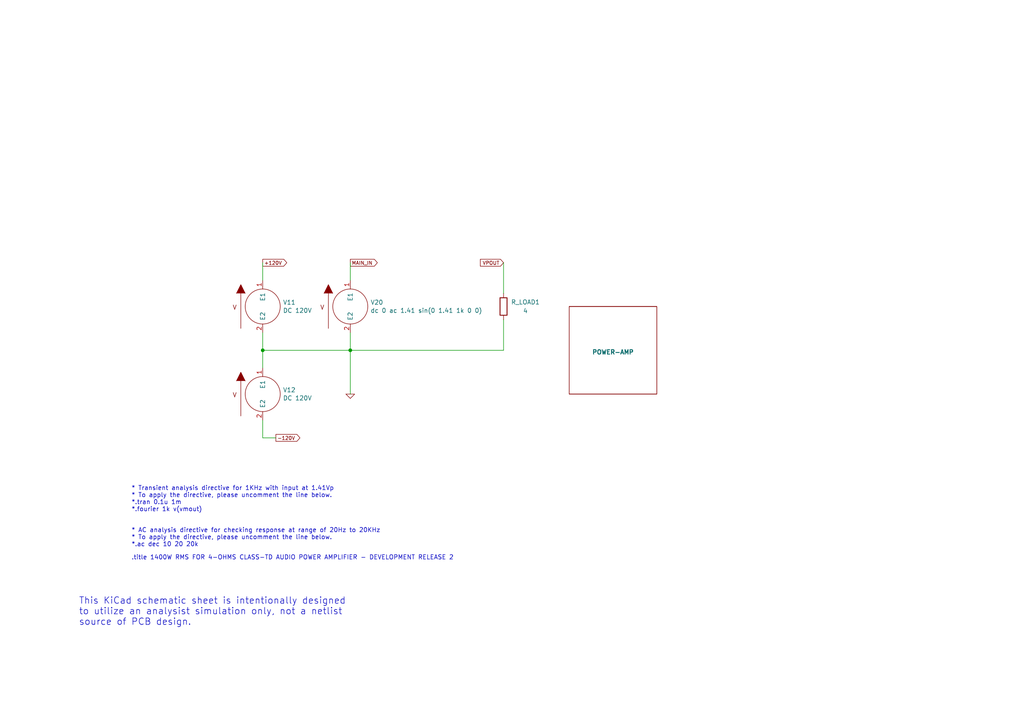
<source format=kicad_sch>
(kicad_sch (version 20211123) (generator eeschema)
  (paper "A4")
  (lib_symbols
    (symbol "Device:R" (pin_numbers hide) (pin_names (offset 0))
      (property "Reference" "R" (at 2.032 0 90))
      (property "Value" "R" (at 0 0 90))
      (symbol "R_0_1"
        (rectangle (start -1.016 -2.54) (end 1.016 2.54) (stroke (width 0.254)))
      )
      (symbol "R_1_1"
        (pin passive line (at 0 3.81 270) (length 1.27) (name "~") (number "1"))
        (pin passive line (at 0 -3.81 90) (length 1.27) (name "~") (number "2"))
      )
    )
    (symbol "pspice:0" (power) (pin_names (offset 0))
      (property "Value" "0" (at 0 -1.778 0))
      (symbol "0_0_1"
        (polyline (pts (xy -1.27 0) (xy 0 -1.27) (xy 1.27 0) (xy -1.27 0)))
      )
      (symbol "0_1_1"
        (pin power_in line (at 0 0 0) (length 0) hide (name "0") (number "1"))
      )
    )
    (symbol "pspice:VSOURCE" (pin_names (offset 1.016))
      (property "Reference" "V" (at -6.35 7.62 0))
      (property "Value" "VSOURCE" (at 0 0 0))
      (symbol "VSOURCE_0_1"
        (polyline (pts (xy -6.35 -6.35) (xy -6.35 3.81)) (fill (type outline)))
        (polyline (pts (xy -7.62 3.81) (xy -6.35 6.35) (xy -5.08 3.81)) (fill (type outline)))
        (circle (center 0 0) (radius 5.08))
        (text "V" (at -8.128 -0.254 0) (effects (font (size 1.27 1.27))))
      )
      (symbol "VSOURCE_1_1"
        (pin input line (at 0 7.62 270) (length 2.54) (name "E1") (number "1"))
        (pin input line (at 0 -7.62 90) (length 2.54) (name "E2") (number "2"))
      )
    )
  )
  (junction (at 76.2 101.6))
  (junction (at 101.6 101.6))
  (wire (pts (xy 146.05 76.2) (xy 146.05 85.09)))
  (wire (pts (xy 76.2 106.68) (xy 76.2 101.6)))
  (wire (pts (xy 101.6 101.6) (xy 101.6 114.3)))
  (wire (pts (xy 101.6 101.6) (xy 146.05 101.6)))
  (wire (pts (xy 101.6 76.2) (xy 101.6 81.28)))
  (wire (pts (xy 101.6 96.52) (xy 101.6 101.6)))
  (wire (pts (xy 146.05 92.71) (xy 146.05 101.6)))
  (wire (pts (xy 76.2 96.52) (xy 76.2 101.6)))
  (wire (pts (xy 76.2 101.6) (xy 101.6 101.6)))
  (wire (pts (xy 80.01 127) (xy 76.2 127)))
  (wire (pts (xy 76.2 127) (xy 76.2 121.92)))
  (wire (pts (xy 76.2 76.2) (xy 76.2 81.28)))
  (text "This KiCad schematic sheet is intentionally designed\nto utilize an analysist simulation only, not a netlist\nsource of PCB design." (at 22.86 181.61 0) (effects (font (size 1.905 1.905)) (justify left bottom)))
  (text "* Transient analysis directive for 1KHz with input at 1.41Vp\n* To apply the directive, please uncomment the line below.\n*.tran 0.1u 1m\n*.fourier 1k v(vmout)" (at 38.1 148.59 0) (effects (font (size 1.27 1.27)) (justify left bottom)))
  (text ".title 1400W RMS FOR 4-OHMS CLASS-TD AUDIO POWER AMPLIFIER - DEVELOPMENT RELEASE 2" (at 38.1 162.56 0) (effects (font (size 1.27 1.27)) (justify left bottom)))
  (text "* AC analysis directive for checking response at range of 20Hz to 20KHz\n* To apply the directive, please uncomment the line below.\n*.ac dec 10 20 20k" (at 38.1 158.75 0) (effects (font (size 1.27 1.27)) (justify left bottom)))
  (global_label "VPOUT" (shape input) (at 146.05 76.2 180) (effects (font (size 1.016 1.016))) (property "Intersheet References" "${INTERSHEET_REFS}" (effects hide)))
  (global_label "MAIN_IN" (shape output) (at 101.6 76.2 0) (effects (font (size 1.016 1.016))) (property "Intersheet References" "${INTERSHEET_REFS}" (effects hide)))
  (global_label "+120V" (shape output) (at 76.2 76.2 0) (effects (font (size 1.016 1.016))) (property "Intersheet References" "${INTERSHEET_REFS}" (effects hide)))
  (global_label "-120V" (shape output) (at 80.01 127 0) (effects (font (size 1.016 1.016))) (property "Intersheet References" "${INTERSHEET_REFS}" (effects hide)))
  (symbol (lib_id "pspice:VSOURCE") (at 76.2 88.9 0) (unit 1)
    (property "Reference" "V11" (at 82.042 87.7062 0) (effects (justify left)))
    (property "Value" "DC 120V" (at 82.042 90.0684 0) (effects (justify left)))
  )
  (symbol (lib_id "pspice:VSOURCE") (at 76.2 114.3 0) (unit 1)
    (property "Reference" "V12" (at 82.042 113.1062 0) (effects (justify left)))
    (property "Value" "DC 120V" (at 82.042 115.4684 0) (effects (justify left)))
  )
  (symbol (lib_id "pspice:0") (at 101.6 114.3 0) (unit 1)
    (property "Reference" "#GND0105" (effects hide))
    (property "Value" "0" (effects hide))
  )
  (symbol (lib_id "pspice:VSOURCE") (at 101.6 88.9 0) (unit 1)
    (property "Reference" "V20" (at 107.442 87.7062 0) (effects (justify left)))
    (property "Value" "dc 0 ac 1.41 sin(0 1.41 1k 0 0)" (at 107.442 90.0684 0) (effects (justify left)))
  )
  (symbol (lib_id "Device:R") (at 146.05 88.9 0) (unit 1)
    (property "Reference" "R_LOAD1" (at 152.4 87.63 0))
    (property "Value" "4" (at 152.4 90.17 0))
  )
  (sheet (at 165.1 88.9) (size 25.4 25.4) (stroke (width 0.1524))
    (property "Sheet name" "POWER-AMP" (at 177.8 102.87 0) (effects (font bold) (justify bottom)))
    (property "Sheet file" "1400-watts-RMS-for-4-ohms-class-TD-audio-power-amp-DEV-2-POWER-AMP-BLOCK.kicad_sch" (effects hide))
  )
)
</source>
